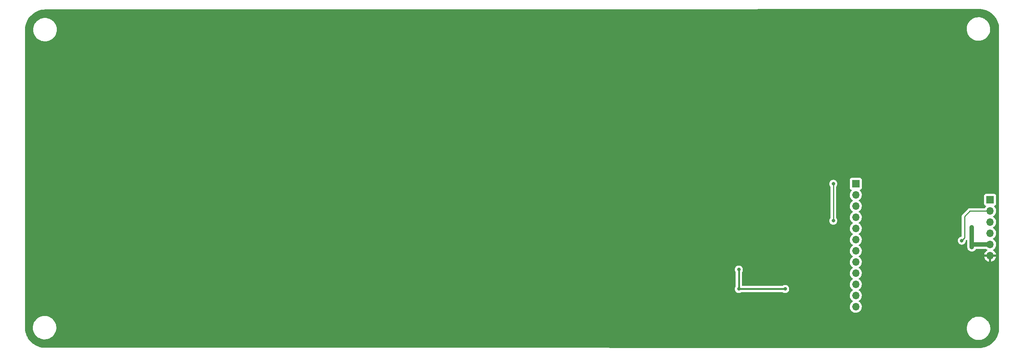
<source format=gbl>
G04 #@! TF.GenerationSoftware,KiCad,Pcbnew,6.0.8-f2edbf62ab~116~ubuntu20.04.1*
G04 #@! TF.CreationDate,2022-10-14T13:30:27-04:00*
G04 #@! TF.ProjectId,developmentboard,64657665-6c6f-4706-9d65-6e74626f6172,rev?*
G04 #@! TF.SameCoordinates,Original*
G04 #@! TF.FileFunction,Copper,L2,Bot*
G04 #@! TF.FilePolarity,Positive*
%FSLAX46Y46*%
G04 Gerber Fmt 4.6, Leading zero omitted, Abs format (unit mm)*
G04 Created by KiCad (PCBNEW 6.0.8-f2edbf62ab~116~ubuntu20.04.1) date 2022-10-14 13:30:27*
%MOMM*%
%LPD*%
G01*
G04 APERTURE LIST*
G04 #@! TA.AperFunction,ComponentPad*
%ADD10R,1.700000X1.700000*%
G04 #@! TD*
G04 #@! TA.AperFunction,ComponentPad*
%ADD11O,1.700000X1.700000*%
G04 #@! TD*
G04 #@! TA.AperFunction,ViaPad*
%ADD12C,0.800000*%
G04 #@! TD*
G04 #@! TA.AperFunction,Conductor*
%ADD13C,1.000000*%
G04 #@! TD*
G04 #@! TA.AperFunction,Conductor*
%ADD14C,0.400000*%
G04 #@! TD*
G04 #@! TA.AperFunction,Conductor*
%ADD15C,0.250000*%
G04 #@! TD*
G04 APERTURE END LIST*
D10*
X228092000Y-87371000D03*
D11*
X228092000Y-89911000D03*
X228092000Y-92451000D03*
X228092000Y-94991000D03*
X228092000Y-97531000D03*
X228092000Y-100071000D03*
X228092000Y-102611000D03*
X228092000Y-105151000D03*
X228092000Y-107691000D03*
X228092000Y-110231000D03*
X228092000Y-112771000D03*
X228092000Y-115311000D03*
D10*
X258544000Y-91006000D03*
D11*
X258544000Y-93546000D03*
X258544000Y-96086000D03*
X258544000Y-98626000D03*
X258544000Y-101166000D03*
X258544000Y-103706000D03*
D12*
X147114000Y-49646000D03*
X97114000Y-49646000D03*
X147194000Y-104586000D03*
X52114000Y-84656000D03*
X62114000Y-94656000D03*
X122164000Y-99616000D03*
X152124000Y-54636000D03*
X104902000Y-93726000D03*
X202164000Y-59626000D03*
X97144000Y-74636000D03*
X162164000Y-89626000D03*
X132114000Y-54646000D03*
X132154000Y-94626000D03*
X62114000Y-99656000D03*
X192154000Y-54626000D03*
X162164000Y-94626000D03*
X77124000Y-74636000D03*
X52084000Y-49656000D03*
X52114000Y-94656000D03*
X127164000Y-104616000D03*
X203962000Y-92964000D03*
X82124000Y-79636000D03*
X132134000Y-69636000D03*
X122154000Y-74626000D03*
X92124000Y-64646000D03*
X152164000Y-94616000D03*
X142124000Y-64646000D03*
X72094000Y-54646000D03*
X62114000Y-89656000D03*
X52114000Y-89656000D03*
X92164000Y-104636000D03*
X157154000Y-84616000D03*
X132124000Y-64646000D03*
X92114000Y-49646000D03*
X87884000Y-114808000D03*
X197154000Y-49626000D03*
X72104000Y-59646000D03*
X157134000Y-64636000D03*
X162124000Y-49636000D03*
X207174000Y-69616000D03*
X216184000Y-106586000D03*
X247984000Y-100906000D03*
X182194000Y-99616000D03*
X67114000Y-79646000D03*
X112124000Y-54636000D03*
X177174000Y-74626000D03*
X62114000Y-84656000D03*
X132124000Y-59646000D03*
X92134000Y-69636000D03*
X82094000Y-49646000D03*
X77124000Y-79636000D03*
X67094000Y-64656000D03*
X162124000Y-54636000D03*
X172154000Y-64636000D03*
X137124000Y-64646000D03*
X185166000Y-114808000D03*
X162184000Y-109616000D03*
X52124000Y-119696000D03*
X52114000Y-74646000D03*
X142114000Y-49646000D03*
X167164000Y-94626000D03*
X67084000Y-49656000D03*
X117134000Y-59636000D03*
X127174000Y-114616000D03*
X147204000Y-114586000D03*
X72124000Y-79636000D03*
X122134000Y-64636000D03*
X67124000Y-104656000D03*
X97144000Y-84646000D03*
X187174000Y-84626000D03*
X172164000Y-69626000D03*
X107124000Y-59646000D03*
X111760000Y-114808000D03*
X77470000Y-93726000D03*
X162144000Y-69626000D03*
X207164000Y-59626000D03*
X127164000Y-99616000D03*
X102144000Y-74636000D03*
X187174000Y-79626000D03*
X107124000Y-64646000D03*
X127124000Y-49636000D03*
X107114000Y-54646000D03*
X157154000Y-79626000D03*
X92144000Y-84646000D03*
X102114000Y-49646000D03*
X167134000Y-64636000D03*
X127144000Y-84626000D03*
X72114000Y-69636000D03*
X177144000Y-49636000D03*
X182154000Y-59636000D03*
X132154000Y-99626000D03*
X117154000Y-79626000D03*
X167134000Y-59636000D03*
X62114000Y-79646000D03*
X107144000Y-74636000D03*
X122134000Y-59636000D03*
X142134000Y-69636000D03*
X107144000Y-79636000D03*
X62114000Y-104666000D03*
X182144000Y-49636000D03*
X132164000Y-114626000D03*
X167144000Y-69626000D03*
X87114000Y-69636000D03*
X162154000Y-84626000D03*
X122174000Y-109616000D03*
X117174000Y-109616000D03*
X187164000Y-69626000D03*
X152174000Y-99606000D03*
X182184000Y-89616000D03*
X52084000Y-54656000D03*
X62084000Y-49656000D03*
X202154000Y-54626000D03*
X67094000Y-59656000D03*
X62094000Y-59656000D03*
X122174000Y-114616000D03*
X175260000Y-93218000D03*
X117134000Y-64636000D03*
X167124000Y-49636000D03*
X182174000Y-79626000D03*
X107114000Y-49646000D03*
X167184000Y-104616000D03*
X147124000Y-59646000D03*
X182194000Y-94616000D03*
X137134000Y-69636000D03*
X132114000Y-49646000D03*
X82144000Y-99636000D03*
X197184000Y-79616000D03*
X57104000Y-69646000D03*
X132144000Y-79636000D03*
X152164000Y-89616000D03*
X245394000Y-93956000D03*
X62114000Y-74646000D03*
X97124000Y-64646000D03*
X117144000Y-69626000D03*
X142114000Y-54646000D03*
X213694000Y-109076000D03*
X57084000Y-54656000D03*
X248394000Y-93756000D03*
X182174000Y-84626000D03*
X67114000Y-84656000D03*
X172144000Y-49636000D03*
X57114000Y-89656000D03*
X57114000Y-94656000D03*
X97164000Y-104636000D03*
X62094000Y-64656000D03*
X202184000Y-74616000D03*
X187194000Y-94616000D03*
X187154000Y-59636000D03*
X57114000Y-74646000D03*
X92174000Y-109636000D03*
X57124000Y-119696000D03*
X197154000Y-54626000D03*
X202164000Y-64626000D03*
X103124000Y-92964000D03*
X112154000Y-74626000D03*
X137414000Y-115570000D03*
X147124000Y-64646000D03*
X77094000Y-54646000D03*
X72124000Y-74636000D03*
X132164000Y-109626000D03*
X202184000Y-92456000D03*
X57094000Y-64656000D03*
X177154000Y-64636000D03*
X152134000Y-64636000D03*
X112134000Y-64636000D03*
X160274000Y-115316000D03*
X202154000Y-49626000D03*
X92154000Y-94646000D03*
X192184000Y-79616000D03*
X162154000Y-79626000D03*
X207184000Y-79616000D03*
X184150000Y-114808000D03*
X72094000Y-49646000D03*
X172174000Y-74626000D03*
X89154000Y-115316000D03*
X122124000Y-54636000D03*
X192164000Y-64626000D03*
X117124000Y-49636000D03*
X127164000Y-94616000D03*
X122144000Y-84626000D03*
X77104000Y-64646000D03*
X112154000Y-79626000D03*
X167154000Y-74626000D03*
X192154000Y-49626000D03*
X102134000Y-69636000D03*
X67134000Y-109656000D03*
X52104000Y-69646000D03*
X117154000Y-89616000D03*
X92114000Y-54646000D03*
X57114000Y-109666000D03*
X132134000Y-84636000D03*
X147184000Y-99586000D03*
X92174000Y-114636000D03*
X92144000Y-79636000D03*
X157124000Y-54636000D03*
X182154000Y-64636000D03*
X167154000Y-79626000D03*
X132144000Y-74636000D03*
X117124000Y-54636000D03*
X87124000Y-79636000D03*
X202184000Y-79616000D03*
X167184000Y-109616000D03*
X177174000Y-79626000D03*
X75946000Y-92964000D03*
X192184000Y-74616000D03*
X82134000Y-89646000D03*
X102124000Y-64646000D03*
X92144000Y-89646000D03*
X187144000Y-49636000D03*
X87104000Y-64646000D03*
X250594000Y-93056000D03*
X97174000Y-114636000D03*
X82154000Y-104636000D03*
X152154000Y-79626000D03*
X82134000Y-94646000D03*
X57084000Y-49656000D03*
X82104000Y-59646000D03*
X112124000Y-49636000D03*
X112134000Y-59636000D03*
X157184000Y-104606000D03*
X117164000Y-99616000D03*
X57114000Y-104666000D03*
X192194000Y-89606000D03*
X152154000Y-74626000D03*
X87094000Y-49646000D03*
X142144000Y-74636000D03*
X52114000Y-104666000D03*
X117154000Y-74626000D03*
X187184000Y-89616000D03*
X97134000Y-69636000D03*
X157164000Y-89616000D03*
X157134000Y-59636000D03*
X135890000Y-115062000D03*
X221174000Y-101596000D03*
X137144000Y-79636000D03*
X82114000Y-69636000D03*
X82094000Y-54646000D03*
X192184000Y-84616000D03*
X157144000Y-69626000D03*
X182174000Y-74626000D03*
X57094000Y-59656000D03*
X97154000Y-94646000D03*
X132144000Y-89626000D03*
X52114000Y-79646000D03*
X157184000Y-109606000D03*
X187194000Y-99616000D03*
X207154000Y-49626000D03*
X57114000Y-99656000D03*
X245594000Y-95956000D03*
X252094000Y-88456000D03*
X207164000Y-64626000D03*
X107134000Y-69636000D03*
X113030000Y-115316000D03*
X218684000Y-104086000D03*
X62114000Y-109666000D03*
X117164000Y-94616000D03*
X122154000Y-89616000D03*
X248095000Y-95313000D03*
X102144000Y-79636000D03*
X122144000Y-69626000D03*
X57124000Y-114696000D03*
X147194000Y-109586000D03*
X240794000Y-95556000D03*
X137144000Y-74636000D03*
X62084000Y-54656000D03*
X162154000Y-74626000D03*
X127154000Y-79626000D03*
X127124000Y-54636000D03*
X172174000Y-79626000D03*
X167124000Y-54636000D03*
X142124000Y-59646000D03*
X82154000Y-109636000D03*
X157174000Y-99606000D03*
X87104000Y-59646000D03*
X147134000Y-69636000D03*
X82124000Y-74636000D03*
X162174000Y-99616000D03*
X67104000Y-69646000D03*
X67134000Y-114656000D03*
X202174000Y-69616000D03*
X250694000Y-90856000D03*
X152154000Y-84616000D03*
X67114000Y-99666000D03*
X87094000Y-54646000D03*
X97144000Y-89646000D03*
X247094000Y-93356000D03*
X67114000Y-94666000D03*
X52124000Y-114696000D03*
X192204000Y-99606000D03*
X82104000Y-64646000D03*
X102124000Y-59646000D03*
X209550000Y-115316000D03*
X147144000Y-79636000D03*
X127154000Y-89616000D03*
X137114000Y-54646000D03*
X57114000Y-79646000D03*
X77104000Y-59646000D03*
X187144000Y-54636000D03*
X197184000Y-74616000D03*
X97144000Y-79636000D03*
X172154000Y-59636000D03*
X92144000Y-74636000D03*
X197174000Y-69616000D03*
X152194000Y-114606000D03*
X52114000Y-99656000D03*
X147144000Y-74636000D03*
X127154000Y-74626000D03*
X62104000Y-69646000D03*
X122154000Y-79626000D03*
X122164000Y-94616000D03*
X208280000Y-115062000D03*
X192174000Y-69616000D03*
X112144000Y-69626000D03*
X97124000Y-59646000D03*
X147114000Y-54646000D03*
X117164000Y-104616000D03*
X52114000Y-109666000D03*
X197164000Y-64626000D03*
X77114000Y-69636000D03*
X152144000Y-69626000D03*
X177164000Y-69626000D03*
X52094000Y-59656000D03*
X57114000Y-84656000D03*
X52094000Y-64656000D03*
X172144000Y-54636000D03*
X127144000Y-69626000D03*
X102114000Y-54646000D03*
X127134000Y-64636000D03*
X182164000Y-69626000D03*
X207184000Y-74616000D03*
X117144000Y-84626000D03*
X192164000Y-59626000D03*
X177144000Y-54636000D03*
X142144000Y-79636000D03*
X152124000Y-49636000D03*
X157124000Y-49636000D03*
X167154000Y-84626000D03*
X122124000Y-49636000D03*
X77094000Y-49646000D03*
X152184000Y-104606000D03*
X137114000Y-49646000D03*
X243894000Y-89856000D03*
X152184000Y-109606000D03*
X92124000Y-59646000D03*
X87124000Y-74636000D03*
X157164000Y-94616000D03*
X82124000Y-84646000D03*
X67084000Y-54656000D03*
X187154000Y-64636000D03*
X162184000Y-104616000D03*
X167164000Y-89626000D03*
X240594000Y-93456000D03*
X97154000Y-99646000D03*
X122164000Y-104616000D03*
X132154000Y-104626000D03*
X72104000Y-64646000D03*
X92154000Y-99646000D03*
X137124000Y-59646000D03*
X127134000Y-59636000D03*
X162134000Y-64636000D03*
X97114000Y-54646000D03*
X162134000Y-59636000D03*
X67114000Y-74646000D03*
X207154000Y-54626000D03*
X197164000Y-59626000D03*
X117174000Y-114616000D03*
X182144000Y-54636000D03*
X177154000Y-59636000D03*
X152134000Y-59636000D03*
X167174000Y-99616000D03*
X147174000Y-94596000D03*
X187174000Y-74626000D03*
X157154000Y-74626000D03*
X192204000Y-94606000D03*
X161290000Y-115316000D03*
X127174000Y-109616000D03*
X173482000Y-92710000D03*
X97174000Y-109636000D03*
X254394000Y-97256000D03*
X201594000Y-106856000D03*
X201594000Y-111256000D03*
X254394000Y-101756000D03*
X212094000Y-111256000D03*
X252114000Y-100292500D03*
X223012000Y-87376000D03*
X223012000Y-95758000D03*
D13*
X254394000Y-101756000D02*
X254394000Y-101206000D01*
X254394000Y-101206000D02*
X254429000Y-101171000D01*
X254429000Y-101171000D02*
X258634000Y-101171000D01*
D14*
X201594000Y-111256000D02*
X212094000Y-111256000D01*
D13*
X254394000Y-101206000D02*
X254394000Y-97256000D01*
D14*
X201594000Y-111256000D02*
X201594000Y-106856000D01*
D15*
X252734000Y-94786000D02*
X253969000Y-93551000D01*
X252114000Y-100292500D02*
X252734000Y-99672500D01*
X252734000Y-99672500D02*
X252734000Y-94786000D01*
X253969000Y-93551000D02*
X258634000Y-93551000D01*
X223012000Y-95758000D02*
X223012000Y-87376000D01*
G04 #@! TA.AperFunction,Conductor*
G36*
X255966952Y-47665754D02*
G01*
X255995153Y-47669728D01*
X256015513Y-47666766D01*
X256037357Y-47665508D01*
X256293045Y-47673033D01*
X256392149Y-47675950D01*
X256403175Y-47676759D01*
X256785987Y-47721831D01*
X256796900Y-47723605D01*
X257174265Y-47802056D01*
X257184980Y-47804779D01*
X257554020Y-47916010D01*
X257564456Y-47919662D01*
X257922321Y-48062814D01*
X257932396Y-48067366D01*
X258276344Y-48241343D01*
X258285981Y-48246761D01*
X258613364Y-48450224D01*
X258622478Y-48456459D01*
X258930755Y-48687831D01*
X258939286Y-48694839D01*
X259144150Y-48878772D01*
X259226096Y-48952346D01*
X259233991Y-48960086D01*
X259497117Y-49241737D01*
X259504303Y-49250139D01*
X259741735Y-49553782D01*
X259748156Y-49562782D01*
X259958045Y-49886053D01*
X259963653Y-49895581D01*
X260138130Y-50224202D01*
X260144402Y-50236016D01*
X260149153Y-50245999D01*
X260299359Y-50600962D01*
X260303217Y-50611323D01*
X260421731Y-50978091D01*
X260424666Y-50988751D01*
X260510571Y-51364496D01*
X260512559Y-51375371D01*
X260565199Y-51757212D01*
X260566226Y-51768213D01*
X260574266Y-51931433D01*
X260583334Y-52115527D01*
X260582088Y-52140448D01*
X260580283Y-52152462D01*
X260581494Y-52161354D01*
X260581494Y-52161355D01*
X260584348Y-52182311D01*
X260585500Y-52199313D01*
X260585500Y-120011531D01*
X260584284Y-120028992D01*
X260580273Y-120057657D01*
X260581574Y-120066537D01*
X260581574Y-120066540D01*
X260583241Y-120077918D01*
X260584519Y-120099826D01*
X260574083Y-120460492D01*
X260573265Y-120471640D01*
X260527336Y-120860165D01*
X260525532Y-120871197D01*
X260445353Y-121254106D01*
X260442579Y-121264934D01*
X260328781Y-121639229D01*
X260325059Y-121649768D01*
X260178534Y-122012516D01*
X260173894Y-122022680D01*
X260036328Y-122291742D01*
X259995798Y-122371013D01*
X259990276Y-122380725D01*
X259783880Y-122708928D01*
X259782009Y-122711903D01*
X259775650Y-122721085D01*
X259677676Y-122849933D01*
X259538846Y-123032511D01*
X259531692Y-123041100D01*
X259268229Y-123330303D01*
X259260342Y-123338224D01*
X258972291Y-123602935D01*
X258963734Y-123610126D01*
X258653341Y-123848279D01*
X258644179Y-123854683D01*
X258313919Y-124064378D01*
X258304227Y-124069945D01*
X257956669Y-124249554D01*
X257946521Y-124254240D01*
X257584417Y-124402337D01*
X257573894Y-124406105D01*
X257200091Y-124521529D01*
X257189278Y-124524349D01*
X256865580Y-124593597D01*
X256806713Y-124606190D01*
X256795690Y-124608041D01*
X256407382Y-124655655D01*
X256396238Y-124656522D01*
X256187415Y-124663472D01*
X256043077Y-124668276D01*
X256018121Y-124666622D01*
X256005978Y-124664593D01*
X255985296Y-124667064D01*
X255970862Y-124668789D01*
X255955899Y-124669679D01*
X89857533Y-124652258D01*
X44539562Y-124647505D01*
X44521690Y-124646229D01*
X44502977Y-124643545D01*
X44502974Y-124643545D01*
X44494090Y-124642271D01*
X44473920Y-124645156D01*
X44451950Y-124646358D01*
X44366132Y-124643543D01*
X44078562Y-124634110D01*
X44067319Y-124633236D01*
X43666426Y-124583899D01*
X43655325Y-124582023D01*
X43260480Y-124496992D01*
X43249562Y-124494123D01*
X42863933Y-124374083D01*
X42853310Y-124370246D01*
X42479980Y-124216157D01*
X42469745Y-124211385D01*
X42111711Y-124024487D01*
X42101943Y-124018817D01*
X41762084Y-123800610D01*
X41752864Y-123794089D01*
X41668299Y-123728400D01*
X41433898Y-123546319D01*
X41425321Y-123539018D01*
X41129814Y-123263674D01*
X41121905Y-123255612D01*
X40852263Y-122954939D01*
X40845107Y-122946202D01*
X40603464Y-122622584D01*
X40597119Y-122613241D01*
X40456927Y-122385461D01*
X40385424Y-122269284D01*
X40379943Y-122259412D01*
X40199895Y-121897877D01*
X40195318Y-121887552D01*
X40190487Y-121875182D01*
X40062880Y-121548502D01*
X40048373Y-121511363D01*
X40044740Y-121500670D01*
X39932063Y-121112814D01*
X39929401Y-121101838D01*
X39920007Y-121053784D01*
X39851911Y-120705470D01*
X39850243Y-120694301D01*
X39828063Y-120480567D01*
X39808554Y-120292567D01*
X39807893Y-120281299D01*
X39807445Y-120248638D01*
X39805437Y-120102485D01*
X41590854Y-120102485D01*
X41591156Y-120106320D01*
X41609108Y-120334417D01*
X41616370Y-120426695D01*
X41681206Y-120745378D01*
X41784398Y-121053784D01*
X41924405Y-121347316D01*
X41926467Y-121350553D01*
X41926470Y-121350558D01*
X41989099Y-121448865D01*
X42099141Y-121621597D01*
X42101584Y-121624560D01*
X42101585Y-121624562D01*
X42251308Y-121806190D01*
X42306001Y-121872538D01*
X42541902Y-122096399D01*
X42803326Y-122289843D01*
X42944851Y-122369914D01*
X43083019Y-122448086D01*
X43083023Y-122448088D01*
X43086376Y-122449985D01*
X43386832Y-122574438D01*
X43472104Y-122598086D01*
X43696500Y-122660317D01*
X43696508Y-122660319D01*
X43700216Y-122661347D01*
X44021856Y-122709416D01*
X44025154Y-122709560D01*
X44136918Y-122714440D01*
X44136922Y-122714440D01*
X44138294Y-122714500D01*
X44336598Y-122714500D01*
X44578605Y-122699698D01*
X44582388Y-122698997D01*
X44582395Y-122698996D01*
X44782459Y-122661916D01*
X44898372Y-122640433D01*
X45107682Y-122574438D01*
X45204860Y-122543798D01*
X45204863Y-122543797D01*
X45208532Y-122542640D01*
X45212029Y-122541046D01*
X45212035Y-122541044D01*
X45500954Y-122409376D01*
X45500958Y-122409374D01*
X45504462Y-122407777D01*
X45533695Y-122389863D01*
X45778473Y-122239863D01*
X45778476Y-122239861D01*
X45781751Y-122237854D01*
X45784755Y-122235464D01*
X45784760Y-122235461D01*
X45909008Y-122136629D01*
X46036264Y-122035405D01*
X46038958Y-122032664D01*
X46038962Y-122032660D01*
X46261513Y-121806190D01*
X46261517Y-121806185D01*
X46264208Y-121803447D01*
X46462185Y-121545439D01*
X46627242Y-121265227D01*
X46756920Y-120966988D01*
X46766983Y-120933018D01*
X46836029Y-120699921D01*
X46849285Y-120655169D01*
X46902961Y-120334417D01*
X46906538Y-120252485D01*
X253250854Y-120252485D01*
X253251156Y-120256320D01*
X253269108Y-120484417D01*
X253276370Y-120576695D01*
X253341206Y-120895378D01*
X253444398Y-121203784D01*
X253584405Y-121497316D01*
X253586467Y-121500553D01*
X253586470Y-121500558D01*
X253617014Y-121548502D01*
X253759141Y-121771597D01*
X253761584Y-121774560D01*
X253761585Y-121774562D01*
X253962015Y-122017702D01*
X253966001Y-122022538D01*
X254201902Y-122246399D01*
X254463326Y-122439843D01*
X254604851Y-122519914D01*
X254743019Y-122598086D01*
X254743023Y-122598088D01*
X254746376Y-122599985D01*
X254749937Y-122601460D01*
X254749939Y-122601461D01*
X254844026Y-122640433D01*
X255046832Y-122724438D01*
X255150288Y-122753129D01*
X255356500Y-122810317D01*
X255356508Y-122810319D01*
X255360216Y-122811347D01*
X255681856Y-122859416D01*
X255685154Y-122859560D01*
X255796918Y-122864440D01*
X255796922Y-122864440D01*
X255798294Y-122864500D01*
X255996598Y-122864500D01*
X256238605Y-122849698D01*
X256242388Y-122848997D01*
X256242395Y-122848996D01*
X256442459Y-122811916D01*
X256558372Y-122790433D01*
X256767682Y-122724438D01*
X256864860Y-122693798D01*
X256864863Y-122693797D01*
X256868532Y-122692640D01*
X256872029Y-122691046D01*
X256872035Y-122691044D01*
X257160954Y-122559376D01*
X257160958Y-122559374D01*
X257164462Y-122557777D01*
X257187274Y-122543798D01*
X257438473Y-122389863D01*
X257438476Y-122389861D01*
X257441751Y-122387854D01*
X257444755Y-122385464D01*
X257444760Y-122385461D01*
X257693258Y-122187796D01*
X257696264Y-122185405D01*
X257698958Y-122182664D01*
X257698962Y-122182660D01*
X257921513Y-121956190D01*
X257921517Y-121956185D01*
X257924208Y-121953447D01*
X258122185Y-121695439D01*
X258287242Y-121415227D01*
X258416920Y-121116988D01*
X258418157Y-121112814D01*
X258483681Y-120891607D01*
X258509285Y-120805169D01*
X258562961Y-120484417D01*
X258577146Y-120159515D01*
X258564388Y-119997410D01*
X258551932Y-119839140D01*
X258551932Y-119839137D01*
X258551630Y-119835305D01*
X258486794Y-119516622D01*
X258383602Y-119208216D01*
X258243595Y-118914684D01*
X258198219Y-118843457D01*
X258150244Y-118768152D01*
X258068859Y-118640403D01*
X258010729Y-118569886D01*
X257864442Y-118392425D01*
X257864438Y-118392420D01*
X257861999Y-118389462D01*
X257626098Y-118165601D01*
X257364674Y-117972157D01*
X257159781Y-117856234D01*
X257084981Y-117813914D01*
X257084977Y-117813912D01*
X257081624Y-117812015D01*
X256781168Y-117687562D01*
X256677712Y-117658871D01*
X256471500Y-117601683D01*
X256471492Y-117601681D01*
X256467784Y-117600653D01*
X256146144Y-117552584D01*
X256142846Y-117552440D01*
X256031082Y-117547560D01*
X256031078Y-117547560D01*
X256029706Y-117547500D01*
X255831402Y-117547500D01*
X255589395Y-117562302D01*
X255585612Y-117563003D01*
X255585605Y-117563004D01*
X255429511Y-117591935D01*
X255269628Y-117621567D01*
X255085058Y-117679762D01*
X254963140Y-117718202D01*
X254963137Y-117718203D01*
X254959468Y-117719360D01*
X254955971Y-117720954D01*
X254955965Y-117720956D01*
X254667046Y-117852624D01*
X254667042Y-117852626D01*
X254663538Y-117854223D01*
X254660259Y-117856233D01*
X254660256Y-117856234D01*
X254403927Y-118013313D01*
X254386249Y-118024146D01*
X254383245Y-118026536D01*
X254383240Y-118026539D01*
X254258992Y-118125371D01*
X254131736Y-118226595D01*
X254129042Y-118229336D01*
X254129038Y-118229340D01*
X253906487Y-118455810D01*
X253906483Y-118455815D01*
X253903792Y-118458553D01*
X253705815Y-118716561D01*
X253540758Y-118996773D01*
X253411080Y-119295012D01*
X253318715Y-119606831D01*
X253265039Y-119927583D01*
X253250854Y-120252485D01*
X46906538Y-120252485D01*
X46917146Y-120009515D01*
X46903737Y-119839140D01*
X46891932Y-119689140D01*
X46891932Y-119689137D01*
X46891630Y-119685305D01*
X46826794Y-119366622D01*
X46723602Y-119058216D01*
X46583595Y-118764684D01*
X46552938Y-118716561D01*
X46457377Y-118566561D01*
X46408859Y-118490403D01*
X46261470Y-118311606D01*
X46204442Y-118242425D01*
X46204438Y-118242420D01*
X46201999Y-118239462D01*
X45966098Y-118015601D01*
X45704674Y-117822157D01*
X45499781Y-117706234D01*
X45424981Y-117663914D01*
X45424977Y-117663912D01*
X45421624Y-117662015D01*
X45326775Y-117622727D01*
X45182590Y-117563004D01*
X45121168Y-117537562D01*
X45017712Y-117508871D01*
X44811500Y-117451683D01*
X44811492Y-117451681D01*
X44807784Y-117450653D01*
X44486144Y-117402584D01*
X44482846Y-117402440D01*
X44371082Y-117397560D01*
X44371078Y-117397560D01*
X44369706Y-117397500D01*
X44171402Y-117397500D01*
X43929395Y-117412302D01*
X43925612Y-117413003D01*
X43925605Y-117413004D01*
X43769511Y-117441935D01*
X43609628Y-117471567D01*
X43425058Y-117529762D01*
X43303140Y-117568202D01*
X43303137Y-117568203D01*
X43299468Y-117569360D01*
X43295971Y-117570954D01*
X43295965Y-117570956D01*
X43007046Y-117702624D01*
X43007042Y-117702626D01*
X43003538Y-117704223D01*
X43000259Y-117706233D01*
X43000256Y-117706234D01*
X42755479Y-117856234D01*
X42726249Y-117874146D01*
X42723245Y-117876536D01*
X42723240Y-117876539D01*
X42605420Y-117970258D01*
X42471736Y-118076595D01*
X42469042Y-118079336D01*
X42469038Y-118079340D01*
X42246487Y-118305810D01*
X42246483Y-118305815D01*
X42243792Y-118308553D01*
X42045815Y-118566561D01*
X41880758Y-118846773D01*
X41751080Y-119145012D01*
X41658715Y-119456831D01*
X41605039Y-119777583D01*
X41590854Y-120102485D01*
X39805437Y-120102485D01*
X39802862Y-119915125D01*
X39805013Y-119890146D01*
X39805592Y-119887063D01*
X39807248Y-119878242D01*
X39803116Y-119836615D01*
X39802500Y-119824170D01*
X39802500Y-115277695D01*
X226729251Y-115277695D01*
X226729548Y-115282848D01*
X226729548Y-115282851D01*
X226735011Y-115377590D01*
X226742110Y-115500715D01*
X226743247Y-115505761D01*
X226743248Y-115505767D01*
X226763119Y-115593939D01*
X226791222Y-115718639D01*
X226875266Y-115925616D01*
X226991987Y-116116088D01*
X227138250Y-116284938D01*
X227310126Y-116427632D01*
X227503000Y-116540338D01*
X227711692Y-116620030D01*
X227716760Y-116621061D01*
X227716763Y-116621062D01*
X227824017Y-116642883D01*
X227930597Y-116664567D01*
X227935772Y-116664757D01*
X227935774Y-116664757D01*
X228148673Y-116672564D01*
X228148677Y-116672564D01*
X228153837Y-116672753D01*
X228158957Y-116672097D01*
X228158959Y-116672097D01*
X228370288Y-116645025D01*
X228370289Y-116645025D01*
X228375416Y-116644368D01*
X228380366Y-116642883D01*
X228584429Y-116581661D01*
X228584434Y-116581659D01*
X228589384Y-116580174D01*
X228789994Y-116481896D01*
X228971860Y-116352173D01*
X229130096Y-116194489D01*
X229189594Y-116111689D01*
X229257435Y-116017277D01*
X229260453Y-116013077D01*
X229359430Y-115812811D01*
X229424370Y-115599069D01*
X229453529Y-115377590D01*
X229455156Y-115311000D01*
X229436852Y-115088361D01*
X229382431Y-114871702D01*
X229293354Y-114666840D01*
X229172014Y-114479277D01*
X229021670Y-114314051D01*
X229017619Y-114310852D01*
X229017615Y-114310848D01*
X228850414Y-114178800D01*
X228850410Y-114178798D01*
X228846359Y-114175598D01*
X228805053Y-114152796D01*
X228755084Y-114102364D01*
X228740312Y-114032921D01*
X228765428Y-113966516D01*
X228792780Y-113939909D01*
X228836603Y-113908650D01*
X228971860Y-113812173D01*
X229130096Y-113654489D01*
X229189594Y-113571689D01*
X229257435Y-113477277D01*
X229260453Y-113473077D01*
X229359430Y-113272811D01*
X229424370Y-113059069D01*
X229453529Y-112837590D01*
X229455156Y-112771000D01*
X229436852Y-112548361D01*
X229382431Y-112331702D01*
X229293354Y-112126840D01*
X229203899Y-111988564D01*
X229174822Y-111943617D01*
X229174820Y-111943614D01*
X229172014Y-111939277D01*
X229021670Y-111774051D01*
X229017619Y-111770852D01*
X229017615Y-111770848D01*
X228850414Y-111638800D01*
X228850410Y-111638798D01*
X228846359Y-111635598D01*
X228805053Y-111612796D01*
X228755084Y-111562364D01*
X228740312Y-111492921D01*
X228765428Y-111426516D01*
X228792780Y-111399909D01*
X228836603Y-111368650D01*
X228971860Y-111272173D01*
X229130096Y-111114489D01*
X229189594Y-111031689D01*
X229257435Y-110937277D01*
X229260453Y-110933077D01*
X229359430Y-110732811D01*
X229405236Y-110582045D01*
X229422865Y-110524023D01*
X229422865Y-110524021D01*
X229424370Y-110519069D01*
X229453529Y-110297590D01*
X229455156Y-110231000D01*
X229436852Y-110008361D01*
X229382431Y-109791702D01*
X229293354Y-109586840D01*
X229172014Y-109399277D01*
X229021670Y-109234051D01*
X229017619Y-109230852D01*
X229017615Y-109230848D01*
X228850414Y-109098800D01*
X228850410Y-109098798D01*
X228846359Y-109095598D01*
X228805053Y-109072796D01*
X228755084Y-109022364D01*
X228740312Y-108952921D01*
X228765428Y-108886516D01*
X228792780Y-108859909D01*
X228836603Y-108828650D01*
X228971860Y-108732173D01*
X229130096Y-108574489D01*
X229189594Y-108491689D01*
X229257435Y-108397277D01*
X229260453Y-108393077D01*
X229359430Y-108192811D01*
X229424370Y-107979069D01*
X229453529Y-107757590D01*
X229455156Y-107691000D01*
X229436852Y-107468361D01*
X229382431Y-107251702D01*
X229293354Y-107046840D01*
X229172014Y-106859277D01*
X229021670Y-106694051D01*
X229017619Y-106690852D01*
X229017615Y-106690848D01*
X228850414Y-106558800D01*
X228850410Y-106558798D01*
X228846359Y-106555598D01*
X228805053Y-106532796D01*
X228755084Y-106482364D01*
X228740312Y-106412921D01*
X228765428Y-106346516D01*
X228792780Y-106319909D01*
X228836603Y-106288650D01*
X228971860Y-106192173D01*
X228982024Y-106182045D01*
X229095702Y-106068763D01*
X229130096Y-106034489D01*
X229189594Y-105951689D01*
X229257435Y-105857277D01*
X229260453Y-105853077D01*
X229359430Y-105652811D01*
X229424370Y-105439069D01*
X229453529Y-105217590D01*
X229455156Y-105151000D01*
X229436852Y-104928361D01*
X229382431Y-104711702D01*
X229293354Y-104506840D01*
X229172014Y-104319277D01*
X229021670Y-104154051D01*
X229017619Y-104150852D01*
X229017615Y-104150848D01*
X228850414Y-104018800D01*
X228850410Y-104018798D01*
X228846359Y-104015598D01*
X228805053Y-103992796D01*
X228786396Y-103973966D01*
X257212257Y-103973966D01*
X257242565Y-104108446D01*
X257245645Y-104118275D01*
X257325770Y-104315603D01*
X257330413Y-104324794D01*
X257441694Y-104506388D01*
X257447777Y-104514699D01*
X257587213Y-104675667D01*
X257594580Y-104682883D01*
X257758434Y-104818916D01*
X257766881Y-104824831D01*
X257950756Y-104932279D01*
X257960042Y-104936729D01*
X258159001Y-105012703D01*
X258168899Y-105015579D01*
X258272250Y-105036606D01*
X258286299Y-105035410D01*
X258290000Y-105025065D01*
X258290000Y-105024517D01*
X258798000Y-105024517D01*
X258802064Y-105038359D01*
X258815478Y-105040393D01*
X258822184Y-105039534D01*
X258832262Y-105037392D01*
X259036255Y-104976191D01*
X259045842Y-104972433D01*
X259237095Y-104878739D01*
X259245945Y-104873464D01*
X259419328Y-104749792D01*
X259427200Y-104743139D01*
X259578052Y-104592812D01*
X259584730Y-104584965D01*
X259709003Y-104412020D01*
X259714313Y-104403183D01*
X259808670Y-104212267D01*
X259812469Y-104202672D01*
X259874377Y-103998910D01*
X259876555Y-103988837D01*
X259877986Y-103977962D01*
X259875775Y-103963778D01*
X259862617Y-103960000D01*
X258816115Y-103960000D01*
X258800876Y-103964475D01*
X258799671Y-103965865D01*
X258798000Y-103973548D01*
X258798000Y-105024517D01*
X258290000Y-105024517D01*
X258290000Y-103978115D01*
X258285525Y-103962876D01*
X258284135Y-103961671D01*
X258276452Y-103960000D01*
X257227225Y-103960000D01*
X257213694Y-103963973D01*
X257212257Y-103973966D01*
X228786396Y-103973966D01*
X228755084Y-103942364D01*
X228740312Y-103872921D01*
X228765428Y-103806516D01*
X228792780Y-103779909D01*
X228836603Y-103748650D01*
X228971860Y-103652173D01*
X229130096Y-103494489D01*
X229189594Y-103411689D01*
X229257435Y-103317277D01*
X229260453Y-103313077D01*
X229285636Y-103262124D01*
X229357136Y-103117453D01*
X229357137Y-103117451D01*
X229359430Y-103112811D01*
X229424370Y-102899069D01*
X229453529Y-102677590D01*
X229455156Y-102611000D01*
X229436852Y-102388361D01*
X229382431Y-102171702D01*
X229293354Y-101966840D01*
X229253906Y-101905862D01*
X229174822Y-101783617D01*
X229174820Y-101783614D01*
X229172014Y-101779277D01*
X229021670Y-101614051D01*
X229017619Y-101610852D01*
X229017615Y-101610848D01*
X228850414Y-101478800D01*
X228850410Y-101478798D01*
X228846359Y-101475598D01*
X228805053Y-101452796D01*
X228755084Y-101402364D01*
X228740312Y-101332921D01*
X228765428Y-101266516D01*
X228792780Y-101239909D01*
X228853870Y-101196334D01*
X228971860Y-101112173D01*
X229130096Y-100954489D01*
X229189594Y-100871689D01*
X229257435Y-100777277D01*
X229260453Y-100773077D01*
X229285720Y-100721954D01*
X229357136Y-100577453D01*
X229357137Y-100577451D01*
X229359430Y-100572811D01*
X229424370Y-100359069D01*
X229433134Y-100292500D01*
X251200496Y-100292500D01*
X251220458Y-100482428D01*
X251279473Y-100664056D01*
X251374960Y-100829444D01*
X251379378Y-100834351D01*
X251379379Y-100834352D01*
X251498325Y-100966455D01*
X251502747Y-100971366D01*
X251657248Y-101083618D01*
X251663276Y-101086302D01*
X251663278Y-101086303D01*
X251816405Y-101154479D01*
X251831712Y-101161294D01*
X251925112Y-101181147D01*
X252012056Y-101199628D01*
X252012061Y-101199628D01*
X252018513Y-101201000D01*
X252209487Y-101201000D01*
X252215939Y-101199628D01*
X252215944Y-101199628D01*
X252302887Y-101181147D01*
X252396288Y-101161294D01*
X252411595Y-101154479D01*
X252564722Y-101086303D01*
X252564724Y-101086302D01*
X252570752Y-101083618D01*
X252725253Y-100971366D01*
X252729675Y-100966455D01*
X252848621Y-100834352D01*
X252848622Y-100834351D01*
X252853040Y-100829444D01*
X252948527Y-100664056D01*
X253007542Y-100482428D01*
X253024907Y-100317206D01*
X253051920Y-100251550D01*
X253061122Y-100241282D01*
X253126247Y-100176157D01*
X253134537Y-100168613D01*
X253141018Y-100164500D01*
X253167650Y-100136140D01*
X253228863Y-100100174D01*
X253299803Y-100103013D01*
X253357947Y-100143753D01*
X253384835Y-100209461D01*
X253385500Y-100222393D01*
X253385500Y-101148096D01*
X253384855Y-101160829D01*
X253380626Y-101202462D01*
X253383274Y-101230476D01*
X253384941Y-101248109D01*
X253385500Y-101259967D01*
X253385500Y-101805769D01*
X253399920Y-101952833D01*
X253457084Y-102142169D01*
X253549934Y-102316796D01*
X253620291Y-102403062D01*
X253671040Y-102465287D01*
X253671043Y-102465290D01*
X253674935Y-102470062D01*
X253679682Y-102473989D01*
X253679684Y-102473991D01*
X253822575Y-102592201D01*
X253822579Y-102592203D01*
X253827325Y-102596130D01*
X254001299Y-102690198D01*
X254190232Y-102748682D01*
X254196357Y-102749326D01*
X254196358Y-102749326D01*
X254380796Y-102768711D01*
X254380798Y-102768711D01*
X254386925Y-102769355D01*
X254469424Y-102761847D01*
X254577749Y-102751989D01*
X254577752Y-102751988D01*
X254583888Y-102751430D01*
X254589794Y-102749692D01*
X254589798Y-102749691D01*
X254694924Y-102718751D01*
X254773619Y-102695590D01*
X254779077Y-102692737D01*
X254779081Y-102692735D01*
X254928987Y-102614365D01*
X254948890Y-102603960D01*
X255103025Y-102480032D01*
X255230154Y-102328526D01*
X255233121Y-102323128D01*
X255233125Y-102323123D01*
X255276183Y-102244799D01*
X255326528Y-102194741D01*
X255386598Y-102179500D01*
X257592416Y-102179500D01*
X257660537Y-102199502D01*
X257672901Y-102208556D01*
X257762126Y-102282632D01*
X257811280Y-102311355D01*
X257835955Y-102325774D01*
X257884679Y-102377412D01*
X257897750Y-102447195D01*
X257871019Y-102512967D01*
X257830562Y-102546327D01*
X257822457Y-102550546D01*
X257813738Y-102556036D01*
X257643433Y-102683905D01*
X257635726Y-102690748D01*
X257488590Y-102844717D01*
X257482104Y-102852727D01*
X257362098Y-103028649D01*
X257357000Y-103037623D01*
X257267338Y-103230783D01*
X257263775Y-103240470D01*
X257208389Y-103440183D01*
X257209912Y-103448607D01*
X257222292Y-103452000D01*
X259862344Y-103452000D01*
X259875875Y-103448027D01*
X259877180Y-103438947D01*
X259835214Y-103271875D01*
X259831894Y-103262124D01*
X259746972Y-103066814D01*
X259742105Y-103057739D01*
X259626426Y-102878926D01*
X259620136Y-102870757D01*
X259476806Y-102713240D01*
X259469273Y-102706215D01*
X259302139Y-102574222D01*
X259293556Y-102568520D01*
X259256602Y-102548120D01*
X259206631Y-102497687D01*
X259191859Y-102428245D01*
X259216975Y-102361839D01*
X259244327Y-102335232D01*
X259277801Y-102311355D01*
X259423860Y-102207173D01*
X259582096Y-102049489D01*
X259662439Y-101937680D01*
X259709435Y-101872277D01*
X259712453Y-101868077D01*
X259743248Y-101805769D01*
X259809136Y-101672453D01*
X259809137Y-101672451D01*
X259811430Y-101667811D01*
X259876370Y-101454069D01*
X259905529Y-101232590D01*
X259906301Y-101201000D01*
X259907074Y-101169365D01*
X259907074Y-101169361D01*
X259907156Y-101166000D01*
X259888852Y-100943361D01*
X259834431Y-100726702D01*
X259745354Y-100521840D01*
X259624014Y-100334277D01*
X259473670Y-100169051D01*
X259469619Y-100165852D01*
X259469615Y-100165848D01*
X259302414Y-100033800D01*
X259302410Y-100033798D01*
X259298359Y-100030598D01*
X259257053Y-100007796D01*
X259207084Y-99957364D01*
X259192312Y-99887921D01*
X259217428Y-99821516D01*
X259244780Y-99794909D01*
X259306832Y-99750648D01*
X259423860Y-99667173D01*
X259477587Y-99613634D01*
X259578435Y-99513137D01*
X259582096Y-99509489D01*
X259587922Y-99501382D01*
X259709435Y-99332277D01*
X259712453Y-99328077D01*
X259754196Y-99243617D01*
X259809136Y-99132453D01*
X259809137Y-99132451D01*
X259811430Y-99127811D01*
X259876370Y-98914069D01*
X259905529Y-98692590D01*
X259906564Y-98650242D01*
X259907074Y-98629365D01*
X259907074Y-98629361D01*
X259907156Y-98626000D01*
X259888852Y-98403361D01*
X259834431Y-98186702D01*
X259745354Y-97981840D01*
X259624014Y-97794277D01*
X259473670Y-97629051D01*
X259469619Y-97625852D01*
X259469615Y-97625848D01*
X259302414Y-97493800D01*
X259302410Y-97493798D01*
X259298359Y-97490598D01*
X259257053Y-97467796D01*
X259207084Y-97417364D01*
X259192312Y-97347921D01*
X259217428Y-97281516D01*
X259244780Y-97254909D01*
X259313024Y-97206231D01*
X259423860Y-97127173D01*
X259582096Y-96969489D01*
X259641594Y-96886689D01*
X259709435Y-96792277D01*
X259712453Y-96788077D01*
X259754196Y-96703617D01*
X259809136Y-96592453D01*
X259809137Y-96592451D01*
X259811430Y-96587811D01*
X259876370Y-96374069D01*
X259905529Y-96152590D01*
X259906092Y-96129556D01*
X259907074Y-96089365D01*
X259907074Y-96089361D01*
X259907156Y-96086000D01*
X259888852Y-95863361D01*
X259834431Y-95646702D01*
X259745354Y-95441840D01*
X259624014Y-95254277D01*
X259473670Y-95089051D01*
X259469619Y-95085852D01*
X259469615Y-95085848D01*
X259302414Y-94953800D01*
X259302410Y-94953798D01*
X259298359Y-94950598D01*
X259257053Y-94927796D01*
X259207084Y-94877364D01*
X259192312Y-94807921D01*
X259217428Y-94741516D01*
X259244780Y-94714909D01*
X259288603Y-94683650D01*
X259423860Y-94587173D01*
X259582096Y-94429489D01*
X259621883Y-94374120D01*
X259709435Y-94252277D01*
X259712453Y-94248077D01*
X259754196Y-94163617D01*
X259809136Y-94052453D01*
X259809137Y-94052451D01*
X259811430Y-94047811D01*
X259876370Y-93834069D01*
X259905529Y-93612590D01*
X259906564Y-93570242D01*
X259907074Y-93549365D01*
X259907074Y-93549361D01*
X259907156Y-93546000D01*
X259888852Y-93323361D01*
X259834431Y-93106702D01*
X259745354Y-92901840D01*
X259624014Y-92714277D01*
X259620532Y-92710450D01*
X259476798Y-92552488D01*
X259445746Y-92488642D01*
X259454141Y-92418143D01*
X259499317Y-92363375D01*
X259525761Y-92349706D01*
X259632297Y-92309767D01*
X259640705Y-92306615D01*
X259757261Y-92219261D01*
X259844615Y-92102705D01*
X259895745Y-91966316D01*
X259902500Y-91904134D01*
X259902500Y-90107866D01*
X259895745Y-90045684D01*
X259844615Y-89909295D01*
X259757261Y-89792739D01*
X259640705Y-89705385D01*
X259504316Y-89654255D01*
X259442134Y-89647500D01*
X257645866Y-89647500D01*
X257583684Y-89654255D01*
X257447295Y-89705385D01*
X257330739Y-89792739D01*
X257243385Y-89909295D01*
X257192255Y-90045684D01*
X257185500Y-90107866D01*
X257185500Y-91904134D01*
X257192255Y-91966316D01*
X257243385Y-92102705D01*
X257330739Y-92219261D01*
X257447295Y-92306615D01*
X257455704Y-92309767D01*
X257455705Y-92309768D01*
X257564451Y-92350535D01*
X257621216Y-92393176D01*
X257645916Y-92459738D01*
X257630709Y-92529087D01*
X257611316Y-92555568D01*
X257529948Y-92640715D01*
X257484629Y-92688138D01*
X257365683Y-92862507D01*
X257310774Y-92907507D01*
X257261597Y-92917500D01*
X254047768Y-92917500D01*
X254036585Y-92916973D01*
X254029092Y-92915298D01*
X254021166Y-92915547D01*
X254021165Y-92915547D01*
X253961002Y-92917438D01*
X253957044Y-92917500D01*
X253929144Y-92917500D01*
X253925154Y-92918004D01*
X253913320Y-92918936D01*
X253869111Y-92920326D01*
X253861497Y-92922538D01*
X253861492Y-92922539D01*
X253849659Y-92925977D01*
X253830296Y-92929988D01*
X253810203Y-92932526D01*
X253802836Y-92935443D01*
X253802831Y-92935444D01*
X253769092Y-92948802D01*
X253757865Y-92952646D01*
X253750561Y-92954768D01*
X253715407Y-92964982D01*
X253708581Y-92969019D01*
X253697972Y-92975293D01*
X253680224Y-92983988D01*
X253661383Y-92991448D01*
X253654967Y-92996110D01*
X253654966Y-92996110D01*
X253625613Y-93017436D01*
X253615693Y-93023952D01*
X253584465Y-93042420D01*
X253584462Y-93042422D01*
X253577638Y-93046458D01*
X253563317Y-93060779D01*
X253548284Y-93073619D01*
X253531893Y-93085528D01*
X253526842Y-93091634D01*
X253503702Y-93119605D01*
X253495712Y-93128384D01*
X252341747Y-94282348D01*
X252333461Y-94289888D01*
X252326982Y-94294000D01*
X252321557Y-94299777D01*
X252280357Y-94343651D01*
X252277602Y-94346493D01*
X252257865Y-94366230D01*
X252255385Y-94369427D01*
X252247682Y-94378447D01*
X252217414Y-94410679D01*
X252213595Y-94417625D01*
X252213593Y-94417628D01*
X252207652Y-94428434D01*
X252196801Y-94444953D01*
X252184386Y-94460959D01*
X252181241Y-94468228D01*
X252181238Y-94468232D01*
X252166826Y-94501537D01*
X252161609Y-94512187D01*
X252140305Y-94550940D01*
X252138334Y-94558615D01*
X252138334Y-94558616D01*
X252135267Y-94570562D01*
X252128863Y-94589266D01*
X252120819Y-94607855D01*
X252119580Y-94615678D01*
X252119577Y-94615688D01*
X252113901Y-94651524D01*
X252111495Y-94663144D01*
X252102472Y-94698289D01*
X252100500Y-94705970D01*
X252100500Y-94726224D01*
X252098949Y-94745934D01*
X252095780Y-94765943D01*
X252096526Y-94773835D01*
X252099941Y-94809961D01*
X252100500Y-94821819D01*
X252100500Y-99264540D01*
X252080498Y-99332661D01*
X252026842Y-99379154D01*
X252000698Y-99387787D01*
X251831712Y-99423706D01*
X251825682Y-99426391D01*
X251825681Y-99426391D01*
X251663278Y-99498697D01*
X251663276Y-99498698D01*
X251657248Y-99501382D01*
X251651907Y-99505262D01*
X251651906Y-99505263D01*
X251601843Y-99541636D01*
X251502747Y-99613634D01*
X251498326Y-99618544D01*
X251498325Y-99618545D01*
X251389573Y-99739327D01*
X251374960Y-99755556D01*
X251351092Y-99796896D01*
X251304075Y-99878333D01*
X251279473Y-99920944D01*
X251220458Y-100102572D01*
X251219768Y-100109133D01*
X251219768Y-100109135D01*
X251213564Y-100168168D01*
X251200496Y-100292500D01*
X229433134Y-100292500D01*
X229453529Y-100137590D01*
X229454538Y-100096294D01*
X229455074Y-100074365D01*
X229455074Y-100074361D01*
X229455156Y-100071000D01*
X229436852Y-99848361D01*
X229382431Y-99631702D01*
X229293354Y-99426840D01*
X229232427Y-99332661D01*
X229174822Y-99243617D01*
X229174820Y-99243614D01*
X229172014Y-99239277D01*
X229021670Y-99074051D01*
X229017619Y-99070852D01*
X229017615Y-99070848D01*
X228850414Y-98938800D01*
X228850410Y-98938798D01*
X228846359Y-98935598D01*
X228805053Y-98912796D01*
X228755084Y-98862364D01*
X228740312Y-98792921D01*
X228765428Y-98726516D01*
X228792780Y-98699909D01*
X228836603Y-98668650D01*
X228971860Y-98572173D01*
X229130096Y-98414489D01*
X229189594Y-98331689D01*
X229257435Y-98237277D01*
X229260453Y-98233077D01*
X229285720Y-98181954D01*
X229357136Y-98037453D01*
X229357137Y-98037451D01*
X229359430Y-98032811D01*
X229424370Y-97819069D01*
X229453529Y-97597590D01*
X229455156Y-97531000D01*
X229436852Y-97308361D01*
X229382431Y-97091702D01*
X229293354Y-96886840D01*
X229253906Y-96825862D01*
X229174822Y-96703617D01*
X229174820Y-96703614D01*
X229172014Y-96699277D01*
X229021670Y-96534051D01*
X229017619Y-96530852D01*
X229017615Y-96530848D01*
X228850414Y-96398800D01*
X228850410Y-96398798D01*
X228846359Y-96395598D01*
X228805053Y-96372796D01*
X228755084Y-96322364D01*
X228740312Y-96252921D01*
X228765428Y-96186516D01*
X228792780Y-96159909D01*
X228844145Y-96123271D01*
X228971860Y-96032173D01*
X229130096Y-95874489D01*
X229189594Y-95791689D01*
X229257435Y-95697277D01*
X229260453Y-95693077D01*
X229285720Y-95641954D01*
X229357136Y-95497453D01*
X229357137Y-95497451D01*
X229359430Y-95492811D01*
X229424370Y-95279069D01*
X229453529Y-95057590D01*
X229453611Y-95054240D01*
X229455074Y-94994365D01*
X229455074Y-94994361D01*
X229455156Y-94991000D01*
X229436852Y-94768361D01*
X229382431Y-94551702D01*
X229293354Y-94346840D01*
X229251632Y-94282348D01*
X229174822Y-94163617D01*
X229174820Y-94163614D01*
X229172014Y-94159277D01*
X229021670Y-93994051D01*
X229017619Y-93990852D01*
X229017615Y-93990848D01*
X228850414Y-93858800D01*
X228850410Y-93858798D01*
X228846359Y-93855598D01*
X228805053Y-93832796D01*
X228755084Y-93782364D01*
X228740312Y-93712921D01*
X228765428Y-93646516D01*
X228792780Y-93619909D01*
X228836603Y-93588650D01*
X228971860Y-93492173D01*
X229130096Y-93334489D01*
X229189594Y-93251689D01*
X229257435Y-93157277D01*
X229260453Y-93153077D01*
X229285720Y-93101954D01*
X229357136Y-92957453D01*
X229357137Y-92957451D01*
X229359430Y-92952811D01*
X229424370Y-92739069D01*
X229453529Y-92517590D01*
X229455156Y-92451000D01*
X229436852Y-92228361D01*
X229382431Y-92011702D01*
X229293354Y-91806840D01*
X229172014Y-91619277D01*
X229021670Y-91454051D01*
X229017619Y-91450852D01*
X229017615Y-91450848D01*
X228850414Y-91318800D01*
X228850410Y-91318798D01*
X228846359Y-91315598D01*
X228805053Y-91292796D01*
X228755084Y-91242364D01*
X228740312Y-91172921D01*
X228765428Y-91106516D01*
X228792780Y-91079909D01*
X228836603Y-91048650D01*
X228971860Y-90952173D01*
X229130096Y-90794489D01*
X229189594Y-90711689D01*
X229257435Y-90617277D01*
X229260453Y-90613077D01*
X229359430Y-90412811D01*
X229424370Y-90199069D01*
X229453529Y-89977590D01*
X229455156Y-89911000D01*
X229436852Y-89688361D01*
X229382431Y-89471702D01*
X229293354Y-89266840D01*
X229172014Y-89079277D01*
X229168532Y-89075450D01*
X229024798Y-88917488D01*
X228993746Y-88853642D01*
X229002141Y-88783143D01*
X229047317Y-88728375D01*
X229073761Y-88714706D01*
X229180297Y-88674767D01*
X229188705Y-88671615D01*
X229305261Y-88584261D01*
X229392615Y-88467705D01*
X229443745Y-88331316D01*
X229450500Y-88269134D01*
X229450500Y-86472866D01*
X229443745Y-86410684D01*
X229392615Y-86274295D01*
X229305261Y-86157739D01*
X229188705Y-86070385D01*
X229052316Y-86019255D01*
X228990134Y-86012500D01*
X227193866Y-86012500D01*
X227131684Y-86019255D01*
X226995295Y-86070385D01*
X226878739Y-86157739D01*
X226791385Y-86274295D01*
X226740255Y-86410684D01*
X226733500Y-86472866D01*
X226733500Y-88269134D01*
X226740255Y-88331316D01*
X226791385Y-88467705D01*
X226878739Y-88584261D01*
X226995295Y-88671615D01*
X227003704Y-88674767D01*
X227003705Y-88674768D01*
X227112451Y-88715535D01*
X227169216Y-88758176D01*
X227193916Y-88824738D01*
X227178709Y-88894087D01*
X227159316Y-88920568D01*
X227032629Y-89053138D01*
X226906743Y-89237680D01*
X226812688Y-89440305D01*
X226752989Y-89655570D01*
X226729251Y-89877695D01*
X226729548Y-89882848D01*
X226729548Y-89882851D01*
X226735011Y-89977590D01*
X226742110Y-90100715D01*
X226743247Y-90105761D01*
X226743248Y-90105767D01*
X226763119Y-90193939D01*
X226791222Y-90318639D01*
X226875266Y-90525616D01*
X226991987Y-90716088D01*
X227138250Y-90884938D01*
X227310126Y-91027632D01*
X227380595Y-91068811D01*
X227383445Y-91070476D01*
X227432169Y-91122114D01*
X227445240Y-91191897D01*
X227418509Y-91257669D01*
X227378055Y-91291027D01*
X227365607Y-91297507D01*
X227361474Y-91300610D01*
X227361471Y-91300612D01*
X227337247Y-91318800D01*
X227186965Y-91431635D01*
X227032629Y-91593138D01*
X226906743Y-91777680D01*
X226812688Y-91980305D01*
X226752989Y-92195570D01*
X226729251Y-92417695D01*
X226729548Y-92422848D01*
X226729548Y-92422851D01*
X226741812Y-92635547D01*
X226742110Y-92640715D01*
X226743247Y-92645761D01*
X226743248Y-92645767D01*
X226758688Y-92714277D01*
X226791222Y-92858639D01*
X226875266Y-93065616D01*
X226991987Y-93256088D01*
X227138250Y-93424938D01*
X227310126Y-93567632D01*
X227380595Y-93608811D01*
X227383445Y-93610476D01*
X227432169Y-93662114D01*
X227445240Y-93731897D01*
X227418509Y-93797669D01*
X227378055Y-93831027D01*
X227365607Y-93837507D01*
X227361474Y-93840610D01*
X227361471Y-93840612D01*
X227337247Y-93858800D01*
X227186965Y-93971635D01*
X227032629Y-94133138D01*
X226906743Y-94317680D01*
X226860349Y-94417628D01*
X226821400Y-94501537D01*
X226812688Y-94520305D01*
X226752989Y-94735570D01*
X226729251Y-94957695D01*
X226729548Y-94962848D01*
X226729548Y-94962851D01*
X226736640Y-95085848D01*
X226742110Y-95180715D01*
X226743247Y-95185761D01*
X226743248Y-95185767D01*
X226750096Y-95216153D01*
X226791222Y-95398639D01*
X226875266Y-95605616D01*
X226991987Y-95796088D01*
X227138250Y-95964938D01*
X227310126Y-96107632D01*
X227380595Y-96148811D01*
X227383445Y-96150476D01*
X227432169Y-96202114D01*
X227445240Y-96271897D01*
X227418509Y-96337669D01*
X227378055Y-96371027D01*
X227365607Y-96377507D01*
X227361474Y-96380610D01*
X227361471Y-96380612D01*
X227286548Y-96436866D01*
X227186965Y-96511635D01*
X227183393Y-96515373D01*
X227040284Y-96665128D01*
X227032629Y-96673138D01*
X227029715Y-96677410D01*
X227029714Y-96677411D01*
X226957387Y-96783438D01*
X226906743Y-96857680D01*
X226812688Y-97060305D01*
X226752989Y-97275570D01*
X226729251Y-97497695D01*
X226729548Y-97502848D01*
X226729548Y-97502851D01*
X226735011Y-97597590D01*
X226742110Y-97720715D01*
X226743247Y-97725761D01*
X226743248Y-97725767D01*
X226751955Y-97764401D01*
X226791222Y-97938639D01*
X226875266Y-98145616D01*
X226991987Y-98336088D01*
X227138250Y-98504938D01*
X227310126Y-98647632D01*
X227380595Y-98688811D01*
X227383445Y-98690476D01*
X227432169Y-98742114D01*
X227445240Y-98811897D01*
X227418509Y-98877669D01*
X227378055Y-98911027D01*
X227365607Y-98917507D01*
X227361474Y-98920610D01*
X227361471Y-98920612D01*
X227337247Y-98938800D01*
X227186965Y-99051635D01*
X227032629Y-99213138D01*
X227029715Y-99217410D01*
X227029714Y-99217411D01*
X226997565Y-99264540D01*
X226906743Y-99397680D01*
X226812688Y-99600305D01*
X226752989Y-99815570D01*
X226729251Y-100037695D01*
X226729548Y-100042848D01*
X226729548Y-100042851D01*
X226741582Y-100251550D01*
X226742110Y-100260715D01*
X226743247Y-100265761D01*
X226743248Y-100265767D01*
X226754841Y-100317207D01*
X226791222Y-100478639D01*
X226875266Y-100685616D01*
X226926019Y-100768438D01*
X226963404Y-100829444D01*
X226991987Y-100876088D01*
X227138250Y-101044938D01*
X227310126Y-101187632D01*
X227325018Y-101196334D01*
X227383445Y-101230476D01*
X227432169Y-101282114D01*
X227445240Y-101351897D01*
X227418509Y-101417669D01*
X227378055Y-101451027D01*
X227365607Y-101457507D01*
X227361474Y-101460610D01*
X227361471Y-101460612D01*
X227337247Y-101478800D01*
X227186965Y-101591635D01*
X227032629Y-101753138D01*
X227029715Y-101757410D01*
X227029714Y-101757411D01*
X226994637Y-101808832D01*
X226906743Y-101937680D01*
X226812688Y-102140305D01*
X226752989Y-102355570D01*
X226729251Y-102577695D01*
X226729548Y-102582848D01*
X226729548Y-102582851D01*
X226740265Y-102768711D01*
X226742110Y-102800715D01*
X226743247Y-102805761D01*
X226743248Y-102805767D01*
X226757895Y-102870757D01*
X226791222Y-103018639D01*
X226875266Y-103225616D01*
X226991987Y-103416088D01*
X227138250Y-103584938D01*
X227310126Y-103727632D01*
X227380595Y-103768811D01*
X227383445Y-103770476D01*
X227432169Y-103822114D01*
X227445240Y-103891897D01*
X227418509Y-103957669D01*
X227378055Y-103991027D01*
X227365607Y-103997507D01*
X227361474Y-104000610D01*
X227361471Y-104000612D01*
X227191100Y-104128530D01*
X227186965Y-104131635D01*
X227032629Y-104293138D01*
X226906743Y-104477680D01*
X226812688Y-104680305D01*
X226752989Y-104895570D01*
X226729251Y-105117695D01*
X226729548Y-105122848D01*
X226729548Y-105122851D01*
X226735011Y-105217590D01*
X226742110Y-105340715D01*
X226743247Y-105345761D01*
X226743248Y-105345767D01*
X226763119Y-105433939D01*
X226791222Y-105558639D01*
X226875266Y-105765616D01*
X226991987Y-105956088D01*
X227138250Y-106124938D01*
X227310126Y-106267632D01*
X227380595Y-106308811D01*
X227383445Y-106310476D01*
X227432169Y-106362114D01*
X227445240Y-106431897D01*
X227418509Y-106497669D01*
X227378055Y-106531027D01*
X227365607Y-106537507D01*
X227361474Y-106540610D01*
X227361471Y-106540612D01*
X227194374Y-106666072D01*
X227186965Y-106671635D01*
X227032629Y-106833138D01*
X227029715Y-106837410D01*
X227029714Y-106837411D01*
X227014798Y-106859277D01*
X226906743Y-107017680D01*
X226812688Y-107220305D01*
X226752989Y-107435570D01*
X226729251Y-107657695D01*
X226729548Y-107662848D01*
X226729548Y-107662851D01*
X226735011Y-107757590D01*
X226742110Y-107880715D01*
X226743247Y-107885761D01*
X226743248Y-107885767D01*
X226763119Y-107973939D01*
X226791222Y-108098639D01*
X226875266Y-108305616D01*
X226991987Y-108496088D01*
X227138250Y-108664938D01*
X227310126Y-108807632D01*
X227380595Y-108848811D01*
X227383445Y-108850476D01*
X227432169Y-108902114D01*
X227445240Y-108971897D01*
X227418509Y-109037669D01*
X227378055Y-109071027D01*
X227365607Y-109077507D01*
X227361474Y-109080610D01*
X227361471Y-109080612D01*
X227337247Y-109098800D01*
X227186965Y-109211635D01*
X227032629Y-109373138D01*
X226906743Y-109557680D01*
X226812688Y-109760305D01*
X226752989Y-109975570D01*
X226729251Y-110197695D01*
X226729548Y-110202848D01*
X226729548Y-110202851D01*
X226737968Y-110348872D01*
X226742110Y-110420715D01*
X226743247Y-110425761D01*
X226743248Y-110425767D01*
X226765392Y-110524023D01*
X226791222Y-110638639D01*
X226875266Y-110845616D01*
X226991987Y-111036088D01*
X227138250Y-111204938D01*
X227310126Y-111347632D01*
X227380595Y-111388811D01*
X227383445Y-111390476D01*
X227432169Y-111442114D01*
X227445240Y-111511897D01*
X227418509Y-111577669D01*
X227378055Y-111611027D01*
X227365607Y-111617507D01*
X227361474Y-111620610D01*
X227361471Y-111620612D01*
X227337247Y-111638800D01*
X227186965Y-111751635D01*
X227032629Y-111913138D01*
X226906743Y-112097680D01*
X226812688Y-112300305D01*
X226752989Y-112515570D01*
X226729251Y-112737695D01*
X226729548Y-112742848D01*
X226729548Y-112742851D01*
X226735011Y-112837590D01*
X226742110Y-112960715D01*
X226743247Y-112965761D01*
X226743248Y-112965767D01*
X226763119Y-113053939D01*
X226791222Y-113178639D01*
X226875266Y-113385616D01*
X226991987Y-113576088D01*
X227138250Y-113744938D01*
X227310126Y-113887632D01*
X227380595Y-113928811D01*
X227383445Y-113930476D01*
X227432169Y-113982114D01*
X227445240Y-114051897D01*
X227418509Y-114117669D01*
X227378055Y-114151027D01*
X227365607Y-114157507D01*
X227361474Y-114160610D01*
X227361471Y-114160612D01*
X227337247Y-114178800D01*
X227186965Y-114291635D01*
X227032629Y-114453138D01*
X226906743Y-114637680D01*
X226812688Y-114840305D01*
X226752989Y-115055570D01*
X226729251Y-115277695D01*
X39802500Y-115277695D01*
X39802500Y-111256000D01*
X200680496Y-111256000D01*
X200700458Y-111445928D01*
X200759473Y-111627556D01*
X200854960Y-111792944D01*
X200982747Y-111934866D01*
X201137248Y-112047118D01*
X201143276Y-112049802D01*
X201143278Y-112049803D01*
X201305681Y-112122109D01*
X201311712Y-112124794D01*
X201405113Y-112144647D01*
X201492056Y-112163128D01*
X201492061Y-112163128D01*
X201498513Y-112164500D01*
X201689487Y-112164500D01*
X201695939Y-112163128D01*
X201695944Y-112163128D01*
X201782887Y-112144647D01*
X201876288Y-112124794D01*
X201882319Y-112122109D01*
X202044722Y-112049803D01*
X202044724Y-112049802D01*
X202050752Y-112047118D01*
X202131344Y-111988564D01*
X202198211Y-111964706D01*
X202205405Y-111964500D01*
X211482595Y-111964500D01*
X211550716Y-111984502D01*
X211556656Y-111988564D01*
X211637248Y-112047118D01*
X211643276Y-112049802D01*
X211643278Y-112049803D01*
X211805681Y-112122109D01*
X211811712Y-112124794D01*
X211905113Y-112144647D01*
X211992056Y-112163128D01*
X211992061Y-112163128D01*
X211998513Y-112164500D01*
X212189487Y-112164500D01*
X212195939Y-112163128D01*
X212195944Y-112163128D01*
X212282887Y-112144647D01*
X212376288Y-112124794D01*
X212382319Y-112122109D01*
X212544722Y-112049803D01*
X212544724Y-112049802D01*
X212550752Y-112047118D01*
X212705253Y-111934866D01*
X212833040Y-111792944D01*
X212928527Y-111627556D01*
X212987542Y-111445928D01*
X213007504Y-111256000D01*
X212987542Y-111066072D01*
X212928527Y-110884444D01*
X212833040Y-110719056D01*
X212820724Y-110705377D01*
X212709675Y-110582045D01*
X212709674Y-110582044D01*
X212705253Y-110577134D01*
X212606157Y-110505136D01*
X212556094Y-110468763D01*
X212556093Y-110468762D01*
X212550752Y-110464882D01*
X212544724Y-110462198D01*
X212544722Y-110462197D01*
X212382319Y-110389891D01*
X212382318Y-110389891D01*
X212376288Y-110387206D01*
X212282887Y-110367353D01*
X212195944Y-110348872D01*
X212195939Y-110348872D01*
X212189487Y-110347500D01*
X211998513Y-110347500D01*
X211992061Y-110348872D01*
X211992056Y-110348872D01*
X211905112Y-110367353D01*
X211811712Y-110387206D01*
X211805682Y-110389891D01*
X211805681Y-110389891D01*
X211643278Y-110462197D01*
X211643276Y-110462198D01*
X211637248Y-110464882D01*
X211631907Y-110468762D01*
X211631906Y-110468763D01*
X211556656Y-110523436D01*
X211489789Y-110547294D01*
X211482595Y-110547500D01*
X202428500Y-110547500D01*
X202360379Y-110527498D01*
X202313886Y-110473842D01*
X202302500Y-110421500D01*
X202302500Y-107474744D01*
X202322502Y-107406623D01*
X202326564Y-107400683D01*
X202328621Y-107397852D01*
X202333040Y-107392944D01*
X202428527Y-107227556D01*
X202487542Y-107045928D01*
X202490018Y-107022375D01*
X202506814Y-106862565D01*
X202507504Y-106856000D01*
X202487542Y-106666072D01*
X202428527Y-106484444D01*
X202333040Y-106319056D01*
X202205253Y-106177134D01*
X202050752Y-106064882D01*
X202044724Y-106062198D01*
X202044722Y-106062197D01*
X201882319Y-105989891D01*
X201882318Y-105989891D01*
X201876288Y-105987206D01*
X201748248Y-105959990D01*
X201695944Y-105948872D01*
X201695939Y-105948872D01*
X201689487Y-105947500D01*
X201498513Y-105947500D01*
X201492061Y-105948872D01*
X201492056Y-105948872D01*
X201439752Y-105959990D01*
X201311712Y-105987206D01*
X201305682Y-105989891D01*
X201305681Y-105989891D01*
X201143278Y-106062197D01*
X201143276Y-106062198D01*
X201137248Y-106064882D01*
X200982747Y-106177134D01*
X200854960Y-106319056D01*
X200759473Y-106484444D01*
X200700458Y-106666072D01*
X200680496Y-106856000D01*
X200681186Y-106862565D01*
X200697983Y-107022375D01*
X200700458Y-107045928D01*
X200759473Y-107227556D01*
X200854960Y-107392944D01*
X200859379Y-107397852D01*
X200861436Y-107400683D01*
X200885295Y-107467551D01*
X200885500Y-107474744D01*
X200885500Y-110637256D01*
X200865498Y-110705377D01*
X200861436Y-110711317D01*
X200859379Y-110714148D01*
X200854960Y-110719056D01*
X200851659Y-110724774D01*
X200851658Y-110724775D01*
X200847019Y-110732811D01*
X200759473Y-110884444D01*
X200700458Y-111066072D01*
X200680496Y-111256000D01*
X39802500Y-111256000D01*
X39802500Y-95758000D01*
X222098496Y-95758000D01*
X222118458Y-95947928D01*
X222177473Y-96129556D01*
X222180776Y-96135278D01*
X222180777Y-96135279D01*
X222210359Y-96186516D01*
X222272960Y-96294944D01*
X222277378Y-96299851D01*
X222277379Y-96299852D01*
X222363589Y-96395598D01*
X222400747Y-96436866D01*
X222471947Y-96488596D01*
X222545366Y-96541938D01*
X222555248Y-96549118D01*
X222561276Y-96551802D01*
X222561278Y-96551803D01*
X222642154Y-96587811D01*
X222729712Y-96626794D01*
X222815976Y-96645130D01*
X222910056Y-96665128D01*
X222910061Y-96665128D01*
X222916513Y-96666500D01*
X223107487Y-96666500D01*
X223113939Y-96665128D01*
X223113944Y-96665128D01*
X223208024Y-96645130D01*
X223294288Y-96626794D01*
X223381846Y-96587811D01*
X223462722Y-96551803D01*
X223462724Y-96551802D01*
X223468752Y-96549118D01*
X223478635Y-96541938D01*
X223552053Y-96488596D01*
X223623253Y-96436866D01*
X223660411Y-96395598D01*
X223746621Y-96299852D01*
X223746622Y-96299851D01*
X223751040Y-96294944D01*
X223813641Y-96186516D01*
X223843223Y-96135279D01*
X223843224Y-96135278D01*
X223846527Y-96129556D01*
X223905542Y-95947928D01*
X223925504Y-95758000D01*
X223905542Y-95568072D01*
X223846527Y-95386444D01*
X223751040Y-95221056D01*
X223677863Y-95139785D01*
X223647147Y-95075779D01*
X223645500Y-95055476D01*
X223645500Y-88078524D01*
X223665502Y-88010403D01*
X223677858Y-87994221D01*
X223751040Y-87912944D01*
X223846527Y-87747556D01*
X223905542Y-87565928D01*
X223925504Y-87376000D01*
X223905542Y-87186072D01*
X223846527Y-87004444D01*
X223751040Y-86839056D01*
X223623253Y-86697134D01*
X223468752Y-86584882D01*
X223462724Y-86582198D01*
X223462722Y-86582197D01*
X223300319Y-86509891D01*
X223300318Y-86509891D01*
X223294288Y-86507206D01*
X223200887Y-86487353D01*
X223113944Y-86468872D01*
X223113939Y-86468872D01*
X223107487Y-86467500D01*
X222916513Y-86467500D01*
X222910061Y-86468872D01*
X222910056Y-86468872D01*
X222823113Y-86487353D01*
X222729712Y-86507206D01*
X222723682Y-86509891D01*
X222723681Y-86509891D01*
X222561278Y-86582197D01*
X222561276Y-86582198D01*
X222555248Y-86584882D01*
X222400747Y-86697134D01*
X222272960Y-86839056D01*
X222177473Y-87004444D01*
X222118458Y-87186072D01*
X222098496Y-87376000D01*
X222118458Y-87565928D01*
X222177473Y-87747556D01*
X222272960Y-87912944D01*
X222346137Y-87994215D01*
X222376853Y-88058221D01*
X222378500Y-88078524D01*
X222378500Y-95055476D01*
X222358498Y-95123597D01*
X222346142Y-95139779D01*
X222272960Y-95221056D01*
X222177473Y-95386444D01*
X222118458Y-95568072D01*
X222098496Y-95758000D01*
X39802500Y-95758000D01*
X39802500Y-52502865D01*
X39803850Y-52484473D01*
X39807724Y-52458237D01*
X39806490Y-52449344D01*
X39806490Y-52449340D01*
X39804887Y-52437788D01*
X39803771Y-52415979D01*
X39804252Y-52402485D01*
X41690854Y-52402485D01*
X41696999Y-52480567D01*
X41709108Y-52634417D01*
X41716370Y-52726695D01*
X41781206Y-53045378D01*
X41884398Y-53353784D01*
X42024405Y-53647316D01*
X42026467Y-53650553D01*
X42026470Y-53650558D01*
X42057014Y-53698502D01*
X42199141Y-53921597D01*
X42201584Y-53924560D01*
X42201585Y-53924562D01*
X42351308Y-54106190D01*
X42406001Y-54172538D01*
X42641902Y-54396399D01*
X42903326Y-54589843D01*
X42921252Y-54599985D01*
X43183019Y-54748086D01*
X43183023Y-54748088D01*
X43186376Y-54749985D01*
X43189937Y-54751460D01*
X43189939Y-54751461D01*
X43284026Y-54790433D01*
X43486832Y-54874438D01*
X43590288Y-54903129D01*
X43796500Y-54960317D01*
X43796508Y-54960319D01*
X43800216Y-54961347D01*
X44121856Y-55009416D01*
X44125154Y-55009560D01*
X44236918Y-55014440D01*
X44236922Y-55014440D01*
X44238294Y-55014500D01*
X44436598Y-55014500D01*
X44678605Y-54999698D01*
X44682388Y-54998997D01*
X44682395Y-54998996D01*
X44882459Y-54961916D01*
X44998372Y-54940433D01*
X45207682Y-54874438D01*
X45304860Y-54843798D01*
X45304863Y-54843797D01*
X45308532Y-54842640D01*
X45312029Y-54841046D01*
X45312035Y-54841044D01*
X45600954Y-54709376D01*
X45600958Y-54709374D01*
X45604462Y-54707777D01*
X45627274Y-54693798D01*
X45878473Y-54539863D01*
X45878476Y-54539861D01*
X45881751Y-54537854D01*
X45884755Y-54535464D01*
X45884760Y-54535461D01*
X46133258Y-54337796D01*
X46136264Y-54335405D01*
X46138958Y-54332664D01*
X46138962Y-54332660D01*
X46361513Y-54106190D01*
X46361517Y-54106185D01*
X46364208Y-54103447D01*
X46562185Y-53845439D01*
X46727242Y-53565227D01*
X46856920Y-53266988D01*
X46949285Y-52955169D01*
X47002961Y-52634417D01*
X47017146Y-52309515D01*
X47012658Y-52252485D01*
X253230854Y-52252485D01*
X253231156Y-52256320D01*
X253249832Y-52493616D01*
X253256370Y-52576695D01*
X253321206Y-52895378D01*
X253424398Y-53203784D01*
X253564405Y-53497316D01*
X253566467Y-53500553D01*
X253566470Y-53500558D01*
X253629099Y-53598865D01*
X253739141Y-53771597D01*
X253741584Y-53774560D01*
X253741585Y-53774562D01*
X253891308Y-53956190D01*
X253946001Y-54022538D01*
X254181902Y-54246399D01*
X254443326Y-54439843D01*
X254584851Y-54519914D01*
X254723019Y-54598086D01*
X254723023Y-54598088D01*
X254726376Y-54599985D01*
X255026832Y-54724438D01*
X255112104Y-54748086D01*
X255336500Y-54810317D01*
X255336508Y-54810319D01*
X255340216Y-54811347D01*
X255661856Y-54859416D01*
X255665154Y-54859560D01*
X255776918Y-54864440D01*
X255776922Y-54864440D01*
X255778294Y-54864500D01*
X255976598Y-54864500D01*
X256218605Y-54849698D01*
X256222388Y-54848997D01*
X256222395Y-54848996D01*
X256422459Y-54811916D01*
X256538372Y-54790433D01*
X256747682Y-54724438D01*
X256844860Y-54693798D01*
X256844863Y-54693797D01*
X256848532Y-54692640D01*
X256852029Y-54691046D01*
X256852035Y-54691044D01*
X257140954Y-54559376D01*
X257140958Y-54559374D01*
X257144462Y-54557777D01*
X257173695Y-54539863D01*
X257418473Y-54389863D01*
X257418476Y-54389861D01*
X257421751Y-54387854D01*
X257424755Y-54385464D01*
X257424760Y-54385461D01*
X257549007Y-54286630D01*
X257676264Y-54185405D01*
X257678958Y-54182664D01*
X257678962Y-54182660D01*
X257901513Y-53956190D01*
X257901517Y-53956185D01*
X257904208Y-53953447D01*
X258102185Y-53695439D01*
X258267242Y-53415227D01*
X258396920Y-53116988D01*
X258489285Y-52805169D01*
X258542961Y-52484417D01*
X258557146Y-52159515D01*
X258543139Y-51981535D01*
X258531932Y-51839140D01*
X258531932Y-51839137D01*
X258531630Y-51835305D01*
X258466794Y-51516622D01*
X258363602Y-51208216D01*
X258223595Y-50914684D01*
X258192938Y-50866561D01*
X258097377Y-50716561D01*
X258048859Y-50640403D01*
X258020343Y-50605810D01*
X257844442Y-50392425D01*
X257844438Y-50392420D01*
X257841999Y-50389462D01*
X257606098Y-50165601D01*
X257344674Y-49972157D01*
X257139781Y-49856234D01*
X257064981Y-49813914D01*
X257064977Y-49813912D01*
X257061624Y-49812015D01*
X256966775Y-49772727D01*
X256822590Y-49713004D01*
X256761168Y-49687562D01*
X256657712Y-49658871D01*
X256451500Y-49601683D01*
X256451492Y-49601681D01*
X256447784Y-49600653D01*
X256126144Y-49552584D01*
X256122846Y-49552440D01*
X256011082Y-49547560D01*
X256011078Y-49547560D01*
X256009706Y-49547500D01*
X255811402Y-49547500D01*
X255569395Y-49562302D01*
X255565612Y-49563003D01*
X255565605Y-49563004D01*
X255409511Y-49591935D01*
X255249628Y-49621567D01*
X255065058Y-49679762D01*
X254943140Y-49718202D01*
X254943137Y-49718203D01*
X254939468Y-49719360D01*
X254935971Y-49720954D01*
X254935965Y-49720956D01*
X254647046Y-49852624D01*
X254647042Y-49852626D01*
X254643538Y-49854223D01*
X254640259Y-49856233D01*
X254640256Y-49856234D01*
X254395479Y-50006234D01*
X254366249Y-50024146D01*
X254363245Y-50026536D01*
X254363240Y-50026539D01*
X254245420Y-50120258D01*
X254111736Y-50226595D01*
X254109042Y-50229336D01*
X254109038Y-50229340D01*
X253886487Y-50455810D01*
X253886483Y-50455815D01*
X253883792Y-50458553D01*
X253770605Y-50606061D01*
X253691654Y-50708952D01*
X253685815Y-50716561D01*
X253642319Y-50790403D01*
X253531763Y-50978091D01*
X253520758Y-50996773D01*
X253391080Y-51295012D01*
X253389986Y-51298706D01*
X253389984Y-51298711D01*
X253349727Y-51434617D01*
X253298715Y-51606831D01*
X253245039Y-51927583D01*
X253230854Y-52252485D01*
X47012658Y-52252485D01*
X47001879Y-52115527D01*
X46991932Y-51989140D01*
X46991932Y-51989137D01*
X46991630Y-51985305D01*
X46926794Y-51666622D01*
X46823602Y-51358216D01*
X46683595Y-51064684D01*
X46638219Y-50993457D01*
X46590244Y-50918152D01*
X46508859Y-50790403D01*
X46450729Y-50719886D01*
X46304442Y-50542425D01*
X46304438Y-50542420D01*
X46301999Y-50539462D01*
X46066098Y-50315601D01*
X45804674Y-50122157D01*
X45599781Y-50006234D01*
X45524981Y-49963914D01*
X45524977Y-49963912D01*
X45521624Y-49962015D01*
X45221168Y-49837562D01*
X45117712Y-49808871D01*
X44911500Y-49751683D01*
X44911492Y-49751681D01*
X44907784Y-49750653D01*
X44586144Y-49702584D01*
X44582846Y-49702440D01*
X44471082Y-49697560D01*
X44471078Y-49697560D01*
X44469706Y-49697500D01*
X44271402Y-49697500D01*
X44029395Y-49712302D01*
X44025612Y-49713003D01*
X44025605Y-49713004D01*
X43869511Y-49741935D01*
X43709628Y-49771567D01*
X43525058Y-49829762D01*
X43403140Y-49868202D01*
X43403137Y-49868203D01*
X43399468Y-49869360D01*
X43395971Y-49870954D01*
X43395965Y-49870956D01*
X43107046Y-50002624D01*
X43107042Y-50002626D01*
X43103538Y-50004223D01*
X43100259Y-50006233D01*
X43100256Y-50006234D01*
X42843927Y-50163313D01*
X42826249Y-50174146D01*
X42823245Y-50176536D01*
X42823240Y-50176539D01*
X42748468Y-50236016D01*
X42571736Y-50376595D01*
X42569042Y-50379336D01*
X42569038Y-50379340D01*
X42346487Y-50605810D01*
X42346483Y-50605815D01*
X42343792Y-50608553D01*
X42145815Y-50866561D01*
X41980758Y-51146773D01*
X41851080Y-51445012D01*
X41849986Y-51448706D01*
X41849984Y-51448711D01*
X41809727Y-51584617D01*
X41758715Y-51756831D01*
X41705039Y-52077583D01*
X41690854Y-52402485D01*
X39804252Y-52402485D01*
X39811807Y-52190770D01*
X39816726Y-52052910D01*
X39817593Y-52041989D01*
X39820814Y-52015882D01*
X39865808Y-51651104D01*
X39867622Y-51640297D01*
X39873940Y-51610627D01*
X39949643Y-51255087D01*
X39952385Y-51244493D01*
X40067594Y-50867858D01*
X40071255Y-50857522D01*
X40218768Y-50492352D01*
X40223314Y-50482372D01*
X40348756Y-50236016D01*
X40402029Y-50131395D01*
X40407414Y-50121868D01*
X40615973Y-49787756D01*
X40622165Y-49778736D01*
X40858983Y-49464026D01*
X40865943Y-49455569D01*
X41129235Y-49162635D01*
X41136899Y-49154821D01*
X41424651Y-48885904D01*
X41432982Y-48878772D01*
X41743015Y-48635903D01*
X41751934Y-48629522D01*
X42081919Y-48414526D01*
X42091358Y-48408945D01*
X42107780Y-48400177D01*
X42438796Y-48223451D01*
X42448673Y-48218718D01*
X42810916Y-48064140D01*
X42821180Y-48060279D01*
X43195488Y-47937785D01*
X43206049Y-47934831D01*
X43589596Y-47845346D01*
X43600374Y-47843322D01*
X43990235Y-47787528D01*
X44001148Y-47786448D01*
X44014068Y-47785736D01*
X44356423Y-47766858D01*
X44381305Y-47767952D01*
X44384771Y-47768451D01*
X44384778Y-47768451D01*
X44393660Y-47769729D01*
X44402549Y-47768462D01*
X44421649Y-47765740D01*
X44439368Y-47764479D01*
X154978336Y-47712239D01*
X255949316Y-47664521D01*
X255966952Y-47665754D01*
G37*
G04 #@! TD.AperFunction*
M02*

</source>
